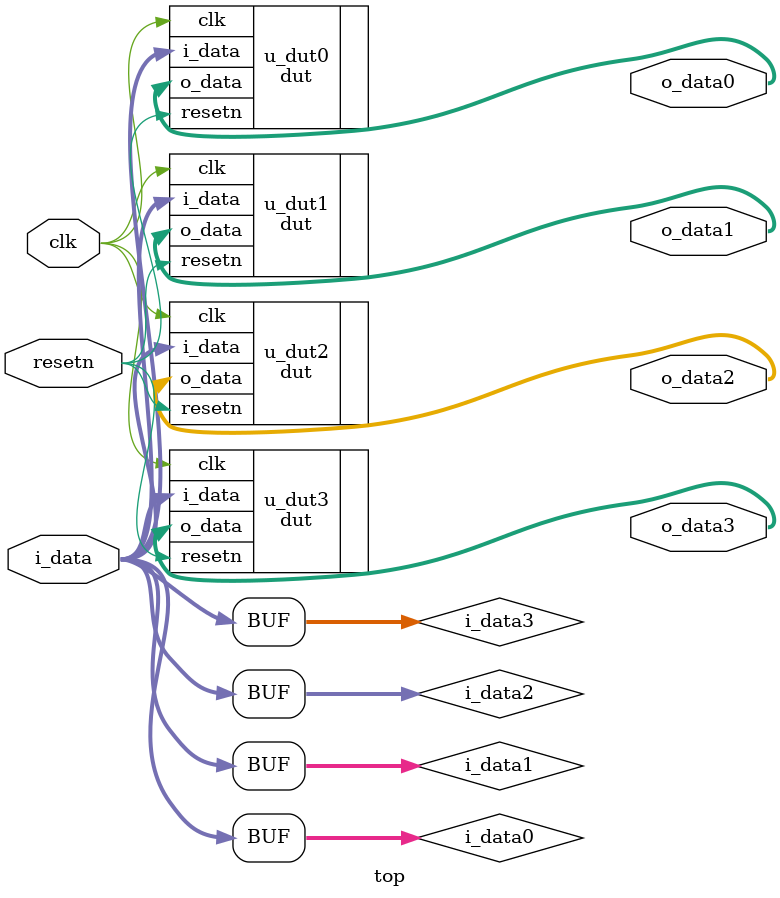
<source format=sv>
module top (
     clk
    ,resetn
    ,i_data
    ,o_data0
    ,o_data1
    ,o_data2
    ,o_data3
);

input        clk;
input        resetn;
input  [7:0] i_data;
output [7:0] o_data0;
output [7:0] o_data1;
output [7:0] o_data2;
output [7:0] o_data3;

wire [7:0] i_data0 = i_data;
wire [7:0] i_data1 = i_data;
wire [7:0] i_data2 = i_data;
wire [7:0] i_data3 = i_data;

dut u_dut0 (
     .clk    (clk     )
    ,.resetn (resetn  )
    ,.i_data (i_data0 )
    ,.o_data (o_data0 )
);

dut u_dut1 (
     .clk    (clk     )
    ,.resetn (resetn  )
    ,.i_data (i_data1 )
    ,.o_data (o_data1 )
);

dut u_dut2 (
     .clk    (clk     )
    ,.resetn (resetn  )
    ,.i_data (i_data2 )
    ,.o_data (o_data2 )
);

dut u_dut3 (
     .clk    (clk     )
    ,.resetn (resetn  )
    ,.i_data (i_data3 )
    ,.o_data (o_data3 )
);

endmodule

</source>
